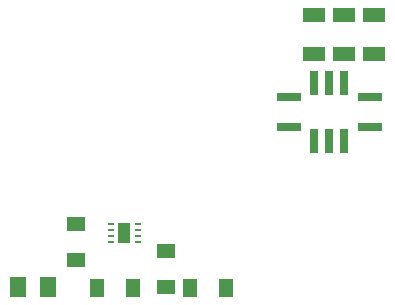
<source format=gbr>
G04 EAGLE Gerber RS-274X export*
G75*
%MOMM*%
%FSLAX34Y34*%
%LPD*%
%INSolderpaste Bottom*%
%IPPOS*%
%AMOC8*
5,1,8,0,0,1.08239X$1,22.5*%
G01*
%ADD10R,1.000000X1.700000*%
%ADD11R,0.600000X0.250000*%
%ADD12R,1.400000X1.800000*%
%ADD13R,1.600000X1.300000*%
%ADD14R,1.300000X1.600000*%
%ADD15R,1.905000X1.270000*%
%ADD16R,2.000000X0.700000*%
%ADD17R,0.700000X2.000000*%


D10*
X109220Y127000D03*
D11*
X120720Y134500D03*
X120720Y129500D03*
X120720Y124500D03*
X120720Y119500D03*
X97720Y119500D03*
X97720Y124500D03*
X97720Y129500D03*
X97720Y134500D03*
D12*
X19050Y81280D03*
X44450Y81280D03*
D13*
X68580Y104140D03*
X68580Y134620D03*
D14*
X86360Y80010D03*
X116840Y80010D03*
D13*
X144780Y81280D03*
X144780Y111760D03*
D14*
X165100Y80010D03*
X195580Y80010D03*
D15*
X270256Y311404D03*
X270256Y278384D03*
X295656Y311404D03*
X295656Y278384D03*
X321056Y311404D03*
X321056Y278384D03*
D16*
X317456Y216916D03*
D17*
X295656Y205116D03*
X282956Y205116D03*
X270256Y205116D03*
X270256Y254116D03*
X282956Y254116D03*
X295656Y254116D03*
D16*
X317456Y242316D03*
X248456Y216916D03*
X248456Y242316D03*
M02*

</source>
